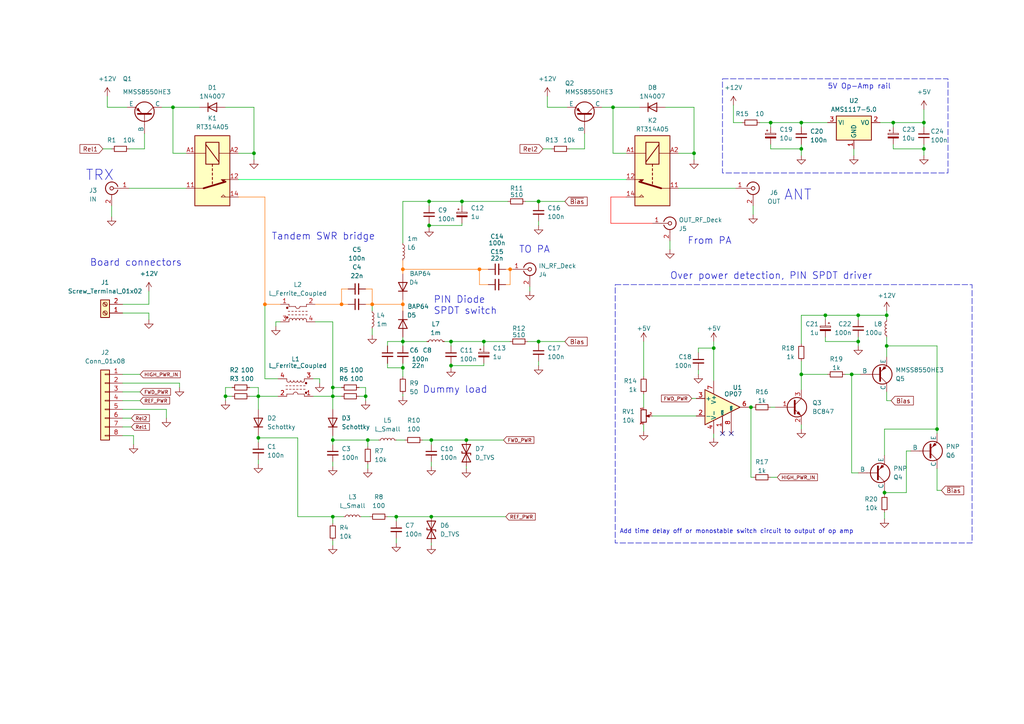
<source format=kicad_sch>
(kicad_sch (version 20231120) (generator "eeschema") (generator_version "8.0")
  (paper "A4")
  (title_block (title "TX-RX Relay Board") (date "2023-07-04") (rev "1.0") (company "SP6GK") (comment 1 "-Input signal SWR tandem bridge") (comment 2 "-Overpower protection") (comment 3 "-Antenna to PA deck relay system"))
  (junction (at 76.835 88.265) (color 255 114 1 1))
  (junction (at 267.97 43.18))
  (junction (at 116.84 99.06))
  (junction (at 248.92 91.44))
  (junction (at 177.8 31.115))
  (junction (at 99.06 88.265) (color 255 114 1 1))
  (junction (at 124.46 65.405))
  (junction (at 96.52 114.935))
  (junction (at 133.985 58.42))
  (junction (at 257.175 91.44))
  (junction (at 65.405 114.935))
  (junction (at 106.68 127.635))
  (junction (at 239.395 91.44))
  (junction (at 140.335 99.06))
  (junction (at 125.095 127.635))
  (junction (at 107.95 88.265) (color 255 114 1 1))
  (junction (at 130.81 106.045))
  (junction (at 217.805 118.11))
  (junction (at 114.935 149.86))
  (junction (at 74.93 114.935))
  (junction (at 116.84 78.105) (color 255 114 1 1))
  (junction (at 259.08 35.56))
  (junction (at 232.41 108.585))
  (junction (at 74.93 127))
  (junction (at 223.52 35.56))
  (junction (at 96.52 127.635))
  (junction (at 232.41 35.56))
  (junction (at 139.065 78.105) (color 255 114 1 1))
  (junction (at 267.97 35.56))
  (junction (at 50.165 31.115))
  (junction (at 248.92 99.06))
  (junction (at 232.41 43.18))
  (junction (at 96.52 112.395))
  (junction (at 257.175 100.33))
  (junction (at 125.095 149.86))
  (junction (at 106.045 114.935))
  (junction (at 116.84 106.68))
  (junction (at 201.295 44.45))
  (junction (at 116.84 88.265) (color 255 114 1 1))
  (junction (at 256.54 142.875))
  (junction (at 96.52 149.86))
  (junction (at 156.21 99.06))
  (junction (at 207.01 100.965))
  (junction (at 130.81 99.06))
  (junction (at 73.66 44.45))
  (junction (at 124.46 58.42))
  (junction (at 135.255 127.635))
  (junction (at 156.21 58.42))
  (junction (at 147.955 78.105) (color 255 114 1 1))
  (junction (at 271.78 124.46))
  (junction (at 247.015 108.585))
  (no_connect (at 209.55 125.73))
  (no_connect (at 212.09 125.73))
  (wire (pts (xy 202.565 102.235) (xy 202.565 100.965)))
  (wire (pts (xy 256.54 142.875) (xy 256.54 143.51)))
  (wire (pts (xy 232.41 43.18) (xy 232.41 41.91)))
  (wire (pts (xy 122.555 127.635) (xy 125.095 127.635)))
  (wire (pts (xy 100.965 88.265) (xy 99.06 88.265)) (stroke (width 0) (color 255 114 1 1)))
  (wire (pts (xy 156.21 104.775) (xy 156.21 106.045)))
  (wire (pts (xy 36.83 31.115) (xy 31.115 31.115)))
  (wire (pts (xy 165.1 43.18) (xy 169.545 43.18)))
  (wire (pts (xy 133.985 65.405) (xy 124.46 65.405)))
  (wire (pts (xy 247.65 45.085) (xy 247.65 43.18)))
  (wire (pts (xy 74.93 126.365) (xy 74.93 127)))
  (wire (pts (xy 256.54 148.59) (xy 256.54 150.495)))
  (wire (pts (xy 147.955 78.105) (xy 148.59 78.105)) (stroke (width 0) (color 255 114 1 1)))
  (wire (pts (xy 140.335 99.06) (xy 147.955 99.06)))
  (wire (pts (xy 116.84 90.17) (xy 116.84 88.265)) (stroke (width 0) (color 255 114 1 1)))
  (wire (pts (xy 74.93 114.935) (xy 80.645 114.935)))
  (wire (pts (xy 248.92 99.06) (xy 239.395 99.06)))
  (wire (pts (xy 247.015 108.585) (xy 247.015 137.16)))
  (wire (pts (xy 50.165 44.45) (xy 50.165 31.115)))
  (wire (pts (xy 157.48 43.18) (xy 160.02 43.18)))
  (wire (pts (xy 104.775 149.86) (xy 107.315 149.86)))
  (wire (pts (xy 112.395 100.33) (xy 112.395 99.06)))
  (wire (pts (xy 207.01 100.965) (xy 207.01 110.49)))
  (wire (pts (xy 76.835 57.15) (xy 76.835 88.265)) (stroke (width 0) (color 255 114 1 1)))
  (wire (pts (xy 50.165 31.115) (xy 57.785 31.115)))
  (wire (pts (xy 169.545 43.18) (xy 169.545 38.735)))
  (wire (pts (xy 232.41 91.44) (xy 232.41 99.695)))
  (wire (pts (xy 73.66 44.45) (xy 73.66 46.355)))
  (wire (pts (xy 232.41 35.56) (xy 240.03 35.56)))
  (wire (pts (xy 96.52 158.115) (xy 96.52 156.845)))
  (wire (pts (xy 38.1 123.825) (xy 35.56 123.825)))
  (wire (pts (xy 76.835 109.855) (xy 80.645 109.855)))
  (wire (pts (xy 217.805 118.11) (xy 217.805 138.43)))
  (wire (pts (xy 271.78 124.46) (xy 271.78 100.33)))
  (wire (pts (xy 114.935 157.48) (xy 114.935 156.21)))
  (wire (pts (xy 177.8 31.115) (xy 185.42 31.115)))
  (wire (pts (xy 130.81 105.41) (xy 130.81 106.045)))
  (wire (pts (xy 92.71 109.855) (xy 90.805 109.855)))
  (wire (pts (xy 65.405 114.935) (xy 67.31 114.935)))
  (wire (pts (xy 106.045 83.82) (xy 107.95 83.82)) (stroke (width 0) (color 255 114 1 1)))
  (wire (pts (xy 256.54 124.46) (xy 256.54 132.08)))
  (wire (pts (xy 72.39 114.935) (xy 74.93 114.935)))
  (wire (pts (xy 96.52 112.395) (xy 96.52 114.935)))
  (wire (pts (xy 130.81 99.06) (xy 140.335 99.06)))
  (wire (pts (xy 114.935 149.86) (xy 125.095 149.86)))
  (wire (pts (xy 218.44 138.43) (xy 217.805 138.43)))
  (wire (pts (xy 116.84 97.79) (xy 116.84 99.06)))
  (wire (pts (xy 74.93 114.935) (xy 74.93 118.745)))
  (wire (pts (xy 223.52 41.91) (xy 223.52 43.18)))
  (wire (pts (xy 112.395 99.06) (xy 116.84 99.06)))
  (wire (pts (xy 65.405 31.115) (xy 73.66 31.115)))
  (wire (pts (xy 53.975 44.45) (xy 50.165 44.45)))
  (wire (pts (xy 116.84 58.42) (xy 116.84 70.485)))
  (wire (pts (xy 65.405 112.395) (xy 65.405 114.935)))
  (wire (pts (xy 267.97 43.18) (xy 267.97 41.91)))
  (wire (pts (xy 186.69 99.06) (xy 186.69 109.22)))
  (wire (pts (xy 232.41 45.085) (xy 232.41 43.18)))
  (wire (pts (xy 72.39 112.395) (xy 74.93 112.395)))
  (wire (pts (xy 248.92 91.44) (xy 239.395 91.44)))
  (wire (pts (xy 207.01 99.06) (xy 207.01 100.965)))
  (wire (pts (xy 264.16 130.81) (xy 262.89 130.81)))
  (wire (pts (xy 124.46 64.77) (xy 124.46 65.405)))
  (wire (pts (xy 133.985 58.42) (xy 133.985 59.69)))
  (wire (pts (xy 96.52 149.86) (xy 99.695 149.86)))
  (wire (pts (xy 271.78 100.33) (xy 257.175 100.33)))
  (wire (pts (xy 164.465 31.115) (xy 158.75 31.115)))
  (wire (pts (xy 107.95 95.25) (xy 107.95 97.155)))
  (wire (pts (xy 67.31 112.395) (xy 65.405 112.395)))
  (wire (pts (xy 96.52 114.935) (xy 96.52 118.745)))
  (wire (pts (xy 232.41 124.46) (xy 232.41 123.19)))
  (wire (pts (xy 140.335 105.41) (xy 140.335 106.045)))
  (wire (pts (xy 202.565 100.965) (xy 207.01 100.965)))
  (wire (pts (xy 257.175 90.17) (xy 257.175 91.44)))
  (wire (pts (xy 31.115 31.115) (xy 31.115 27.94)))
  (wire (pts (xy 29.845 43.18) (xy 32.385 43.18)))
  (wire (pts (xy 116.84 58.42) (xy 124.46 58.42)))
  (wire (pts (xy 32.385 59.69) (xy 32.385 62.865)))
  (wire (pts (xy 107.95 83.82) (xy 107.95 88.265)) (stroke (width 0) (color 255 114 1 1)))
  (wire (pts (xy 201.295 44.45) (xy 201.295 46.355)))
  (wire (pts (xy 106.68 127.635) (xy 109.855 127.635)))
  (wire (pts (xy 74.93 127) (xy 74.93 128.27)))
  (wire (pts (xy 130.81 99.06) (xy 130.81 100.33)))
  (wire (pts (xy 100.965 83.82) (xy 99.06 83.82)) (stroke (width 0) (color 255 114 1 1)))
  (wire (pts (xy 116.84 105.41) (xy 116.84 106.68)))
  (wire (pts (xy 40.64 108.585) (xy 35.56 108.585)))
  (wire (pts (xy 38.735 128.905) (xy 38.735 126.365)))
  (wire (pts (xy 96.52 93.345) (xy 96.52 112.395)))
  (wire (pts (xy 116.84 114.3) (xy 116.84 114.935)))
  (wire (pts (xy 96.52 127.635) (xy 96.52 128.905)))
  (wire (pts (xy 116.84 75.565) (xy 116.84 78.105)) (stroke (width 0) (color 255 114 1 1)))
  (wire (pts (xy 156.21 58.42) (xy 152.4 58.42)))
  (wire (pts (xy 41.91 43.18) (xy 41.91 38.735)))
  (wire (pts (xy 259.08 41.91) (xy 259.08 43.18)))
  (wire (pts (xy 90.805 114.935) (xy 96.52 114.935)))
  (wire (pts (xy 259.08 35.56) (xy 267.97 35.56)))
  (wire (pts (xy 35.56 88.265) (xy 43.18 88.265)))
  (wire (pts (xy 271.78 124.46) (xy 271.78 125.73)))
  (wire (pts (xy 220.345 35.56) (xy 223.52 35.56)))
  (wire (pts (xy 255.27 35.56) (xy 259.08 35.56)))
  (wire (pts (xy 96.52 127.635) (xy 106.68 127.635)))
  (wire (pts (xy 156.21 58.42) (xy 156.21 59.055)))
  (wire (pts (xy 240.03 108.585) (xy 232.41 108.585)))
  (wire (pts (xy 232.41 104.775) (xy 232.41 108.585)))
  (wire (pts (xy 156.21 64.135) (xy 156.21 65.405)))
  (wire (pts (xy 81.28 93.345) (xy 80.01 93.345)))
  (wire (pts (xy 38.735 126.365) (xy 35.56 126.365)))
  (wire (pts (xy 259.08 43.18) (xy 267.97 43.18)))
  (wire (pts (xy 96.52 93.345) (xy 91.44 93.345)))
  (wire (pts (xy 147.955 82.55) (xy 147.955 78.105)) (stroke (width 0) (color 255 114 1 1)))
  (wire (pts (xy 156.21 99.06) (xy 163.83 99.06)))
  (wire (pts (xy 158.75 31.115) (xy 158.75 27.94)))
  (wire (pts (xy 96.52 135.255) (xy 96.52 133.985)))
  (wire (pts (xy 212.725 30.48) (xy 212.725 35.56)))
  (wire (pts (xy 104.14 112.395) (xy 106.045 112.395)))
  (wire (pts (xy 153.67 83.185) (xy 153.67 84.455)))
  (wire (pts (xy 248.92 99.06) (xy 248.92 97.79)))
  (wire (pts (xy 35.56 118.745) (xy 48.26 118.745)))
  (wire (pts (xy 74.93 127) (xy 86.36 127)))
  (wire (pts (xy 99.06 88.265) (xy 91.44 88.265)) (stroke (width 0) (color 255 114 1 1)))
  (wire (pts (xy 40.64 116.205) (xy 35.56 116.205)))
  (wire (pts (xy 69.215 52.07) (xy 181.61 52.07)) (stroke (width 0.2) (color 0 255 91 1)))
  (wire (pts (xy 139.065 82.55) (xy 139.065 78.105)) (stroke (width 0) (color 255 114 1 1)))
  (wire (pts (xy 225.425 138.43) (xy 223.52 138.43)))
  (wire (pts (xy 43.18 84.455) (xy 43.18 88.265)))
  (wire (pts (xy 99.06 83.82) (xy 99.06 88.265)) (stroke (width 0) (color 255 114 1 1)))
  (wire (pts (xy 186.69 114.3) (xy 186.69 118.11)))
  (wire (pts (xy 130.81 106.045) (xy 130.81 106.68)))
  (wire (pts (xy 76.835 88.265) (xy 81.28 88.265)) (stroke (width 0) (color 255 114 1 1)))
  (wire (pts (xy 248.92 100.33) (xy 248.92 99.06)))
  (wire (pts (xy 133.985 58.42) (xy 124.46 58.42)))
  (wire (pts (xy 48.26 121.285) (xy 48.26 118.745)))
  (wire (pts (xy 271.78 124.46) (xy 256.54 124.46)))
  (wire (pts (xy 259.08 35.56) (xy 259.08 36.83)))
  (wire (pts (xy 125.095 149.86) (xy 146.685 149.86)))
  (wire (pts (xy 232.41 113.03) (xy 232.41 108.585)))
  (wire (pts (xy 239.395 99.06) (xy 239.395 97.79)))
  (wire (pts (xy 194.31 69.85) (xy 194.31 72.39)))
  (wire (pts (xy 116.84 99.06) (xy 116.84 100.33)))
  (wire (pts (xy 257.175 91.44) (xy 257.175 92.71)))
  (wire (pts (xy 239.395 91.44) (xy 232.41 91.44)))
  (wire (pts (xy 116.84 106.68) (xy 116.84 109.22)))
  (wire (pts (xy 125.095 135.255) (xy 125.095 133.985)))
  (wire (pts (xy 128.905 99.06) (xy 130.81 99.06)))
  (wire (pts (xy 218.44 59.69) (xy 218.44 62.23)))
  (wire (pts (xy 257.175 91.44) (xy 248.92 91.44)))
  (wire (pts (xy 135.255 127.635) (xy 146.05 127.635)))
  (wire (pts (xy 107.95 90.17) (xy 107.95 88.265)))
  (wire (pts (xy 69.215 57.15) (xy 76.835 57.15)) (stroke (width 0) (color 255 114 1 1)))
  (wire (pts (xy 106.045 112.395) (xy 106.045 114.935)))
  (wire (pts (xy 133.985 64.77) (xy 133.985 65.405)))
  (wire (pts (xy 106.68 127.635) (xy 106.68 129.54)))
  (wire (pts (xy 96.52 112.395) (xy 99.06 112.395)))
  (wire (pts (xy 262.89 130.81) (xy 262.89 142.875)))
  (wire (pts (xy 96.52 126.365) (xy 96.52 127.635)))
  (wire (pts (xy 124.46 58.42) (xy 124.46 59.69)))
  (wire (pts (xy 181.61 44.45) (xy 177.8 44.45)))
  (wire (pts (xy 232.41 35.56) (xy 232.41 36.83)))
  (wire (pts (xy 40.64 113.665) (xy 35.56 113.665)))
  (wire (pts (xy 38.1 121.285) (xy 35.56 121.285)))
  (wire (pts (xy 112.395 149.86) (xy 114.935 149.86)))
  (wire (pts (xy 92.71 111.125) (xy 92.71 109.855)))
  (wire (pts (xy 74.93 112.395) (xy 74.93 114.935)))
  (wire (pts (xy 177.165 57.15) (xy 177.165 64.77)) (stroke (width 0) (color 255 6 0 1)))
  (wire (pts (xy 257.175 100.33) (xy 257.175 103.505)))
  (wire (pts (xy 112.395 106.68) (xy 116.84 106.68)))
  (wire (pts (xy 248.92 91.44) (xy 248.92 92.71)))
  (wire (pts (xy 76.835 88.265) (xy 76.835 109.855)))
  (wire (pts (xy 43.18 90.805) (xy 43.18 92.71)))
  (wire (pts (xy 35.56 111.125) (xy 52.07 111.125)))
  (wire (pts (xy 202.565 107.315) (xy 202.565 108.585)))
  (wire (pts (xy 106.045 88.265) (xy 107.95 88.265)) (stroke (width 0) (color 255 114 1 1)))
  (wire (pts (xy 135.255 135.255) (xy 135.255 135.89)))
  (wire (pts (xy 271.78 135.89) (xy 271.78 142.24)))
  (wire (pts (xy 239.395 91.44) (xy 239.395 92.71)))
  (wire (pts (xy 196.85 54.61) (xy 213.36 54.61)))
  (wire (pts (xy 201.93 120.65) (xy 189.23 120.65)))
  (wire (pts (xy 140.335 106.045) (xy 130.81 106.045)))
  (wire (pts (xy 218.44 118.11) (xy 217.805 118.11)))
  (wire (pts (xy 147.32 58.42) (xy 133.985 58.42)))
  (wire (pts (xy 262.89 142.875) (xy 256.54 142.875)))
  (wire (pts (xy 273.05 142.24) (xy 271.78 142.24)))
  (wire (pts (xy 249.555 108.585) (xy 247.015 108.585)))
  (wire (pts (xy 96.52 114.935) (xy 99.06 114.935)))
  (wire (pts (xy 153.035 99.06) (xy 156.21 99.06)))
  (wire (pts (xy 174.625 31.115) (xy 177.8 31.115)))
  (wire (pts (xy 189.23 64.77) (xy 177.165 64.77)) (stroke (width 0) (color 255 6 0 1)))
  (wire (pts (xy 193.04 31.115) (xy 201.295 31.115)))
  (wire (pts (xy 201.295 31.115) (xy 201.295 44.45)))
  (wire (pts (xy 267.97 45.085) (xy 267.97 43.18)))
  (wire (pts (xy 267.97 35.56) (xy 267.97 36.83)))
  (wire (pts (xy 106.045 116.205) (xy 106.045 114.935)))
  (wire (pts (xy 224.79 118.11) (xy 223.52 118.11)))
  (wire (pts (xy 156.21 99.06) (xy 156.21 99.695)))
  (wire (pts (xy 125.095 127.635) (xy 135.255 127.635)))
  (wire (pts (xy 52.07 111.125) (xy 52.07 112.395)))
  (wire (pts (xy 86.36 149.86) (xy 96.52 149.86)))
  (wire (pts (xy 257.175 116.205) (xy 258.445 116.205)))
  (wire (pts (xy 223.52 35.56) (xy 223.52 36.83)))
  (wire (pts (xy 106.68 135.89) (xy 106.68 134.62)))
  (wire (pts (xy 73.66 31.115) (xy 73.66 44.45)))
  (wire (pts (xy 181.61 57.15) (xy 177.165 57.15)) (stroke (width 0) (color 255 6 0 1)))
  (wire (pts (xy 114.935 127.635) (xy 117.475 127.635)))
  (wire (pts (xy 201.295 44.45) (xy 196.85 44.45)))
  (wire (pts (xy 114.935 149.86) (xy 114.935 151.13)))
  (wire (pts (xy 247.015 108.585) (xy 245.11 108.585)))
  (wire (pts (xy 125.095 127.635) (xy 125.095 128.905)))
  (wire (pts (xy 46.99 31.115) (xy 50.165 31.115)))
  (wire (pts (xy 256.54 142.24) (xy 256.54 142.875)))
  (wire (pts (xy 106.045 114.935) (xy 104.14 114.935)))
  (wire (pts (xy 112.395 105.41) (xy 112.395 106.68)))
  (wire (pts (xy 207.01 127) (xy 207.01 125.73)))
  (wire (pts (xy 139.065 78.105) (xy 116.84 78.105)) (stroke (width 0) (color 255 114 1 1)))
  (wire (pts (xy 257.175 113.665) (xy 257.175 116.205)))
  (wire (pts (xy 141.605 82.55) (xy 139.065 82.55)) (stroke (width 0) (color 255 114 1 1)))
  (wire (pts (xy 124.46 65.405) (xy 124.46 66.04)))
  (wire (pts (xy 141.605 78.105) (xy 139.065 78.105)) (stroke (width 0) (color 255 114 1 1)))
  (wire (pts (xy 74.93 134.62) (xy 74.93 133.35)))
  (wire (pts (xy 125.095 157.48) (xy 125.095 158.115)))
  (wire (pts (xy 177.8 44.45) (xy 177.8 31.115)))
  (wire (pts (xy 116.84 78.105) (xy 116.84 79.375)) (stroke (width 0) (color 255 114 1 1)))
  (wire (pts (xy 116.84 99.06) (xy 123.825 99.06)))
  (wire (pts (xy 140.335 99.06) (xy 140.335 100.33)))
  (wire (pts (xy 116.84 88.265) (xy 116.84 86.995)) (stroke (width 0) (color 255 114 1 1)))
  (wire (pts (xy 37.465 43.18) (xy 41.91 43.18)))
  (wire (pts (xy 267.97 31.75) (xy 267.97 35.56)))
  (wire (pts (xy 107.95 88.265) (xy 116.84 88.265)) (stroke (width 0) (color 255 114 1 1)))
  (wire (pts (xy 223.52 43.18) (xy 232.41 43.18)))
  (wire (pts (xy 80.01 93.345) (xy 80.01 94.615)))
  (wire (pts (xy 73.66 44.45) (xy 69.215 44.45)))
  (wire (pts (xy 146.685 78.105) (xy 147.955 78.105)) (stroke (width 0) (color 255 114 1 1)))
  (wire (pts (xy 163.83 58.42) (xy 156.21 58.42)))
  (wire (pts (xy 37.465 54.61) (xy 53.975 54.61)))
  (wire (pts (xy 65.405 116.205) (xy 65.405 114.935)))
  (wire (pts (xy 96.52 149.86) (xy 96.52 151.765)))
  (wire (pts (xy 217.805 118.11) (xy 217.17 118.11)))
  (wire (pts (xy 201.93 115.57) (xy 200.66 115.57)))
  (wire (pts (xy 248.92 137.16) (xy 247.015 137.16)))
  (wire (pts (xy 223.52 35.56) (xy 232.41 35.56)))
  (wire (pts (xy 186.69 123.19) (xy 186.69 125.095)))
  (wire (pts (xy 86.36 127) (xy 86.36 149.86)))
  (wire (pts (xy 215.265 35.56) (xy 212.725 35.56)))
  (wire (pts (xy 35.56 90.805) (xy 43.18 90.805)))
  (wire (pts (xy 146.685 82.55) (xy 147.955 82.55)) (stroke (width 0) (color 255 114 1 1)))
  (wire (pts (xy 257.175 97.79) (xy 257.175 100.33)))
  (rectangle (start 178.435 82.55) (end 281.94 157.48) (stroke (width 0) (type dash)))
  (rectangle (start 209.55 22.86) (end 274.955 50.165) (stroke (width 0) (type dash)))
  (text "Board connectors" (at 26.035 77.47 0) (effects (font (size 2 2)) (justify left bottom)))
  (text "5V Op-Amp rail" (at 240.03 26.035 0) (effects (font (size 1.5 1.5)) (justify left bottom)))
  (text "From PA" (at 199.39 71.12 0) (effects (font (size 2 2)) (justify left bottom)))
  (text "TRX" (at 24.765 52.705 0) (effects (font (size 3 3)) (justify left bottom)))
  (text "ANT" (at 227.33 58.42 0) (effects (font (size 3 3)) (justify left bottom)))
  (text "Dummy load" (at 122.555 114.3 0) (effects (font (size 2 2)) (justify left bottom)))
  (text "TO PA" (at 150.495 73.66 0) (effects (font (size 2 2)) (justify left bottom)))
  (text "PIN Diode\nSPDT switch" (at 125.73 91.44 0) (effects (font (size 2 2)) (justify left bottom)))
  (text "Tandem SWR bridge" (at 78.74 69.85 0) (effects (font (size 2 2)) (justify left bottom)))
  (text "Add time delay off or monostable switch circuit to output of op amp\n" (at 179.705 154.94 0) (effects (font (size 1.27 1.27)) (justify left bottom)))
  (text "Over power detection, PIN SPDT driver" (at 194.31 81.28 0) (effects (font (size 2 2)) (justify left bottom)))
  (global_label "Rel2" (shape input) (at 38.1 121.285 0) (effects (font (size 1 1))) (property "Intersheetrefs" "${INTERSHEET_REFS}" (effects (hide yes))))
  (global_label "FWD_PWR" (shape input) (at 200.66 115.57 180) (effects (font (size 1 1))) (property "Intersheetrefs" "${INTERSHEET_REFS}" (effects (hide yes))))
  (global_label "FWD_PWR" (shape input) (at 40.64 113.665 0) (effects (font (size 1 1))) (property "Intersheetrefs" "${INTERSHEET_REFS}" (effects (hide yes))))
  (global_label "FWD_PWR" (shape input) (at 146.05 127.635 0) (effects (font (size 1 1))) (property "Intersheetrefs" "${INTERSHEET_REFS}" (effects (hide yes))))
  (global_label "~{Bias}" (shape input) (at 163.83 58.42 0) (property "Intersheetrefs" "${INTERSHEET_REFS}" (effects (hide yes))))
  (global_label "HIGH_PWR_IN" (shape input) (at 225.425 138.43 0) (effects (font (size 1 1))) (property "Intersheetrefs" "${INTERSHEET_REFS}" (effects (hide yes))))
  (global_label "Bias" (shape input) (at 258.445 116.205 0) (property "Intersheetrefs" "${INTERSHEET_REFS}" (effects (hide yes))))
  (global_label "REF_PWR" (shape input) (at 146.685 149.86 0) (effects (font (size 1 1))) (property "Intersheetrefs" "${INTERSHEET_REFS}" (effects (hide yes))))
  (global_label "Rel2" (shape input) (at 157.48 43.18 180) (property "Intersheetrefs" "${INTERSHEET_REFS}" (effects (hide yes))))
  (global_label "Rel1" (shape input) (at 38.1 123.825 0) (effects (font (size 1 1))) (property "Intersheetrefs" "${INTERSHEET_REFS}" (effects (hide yes))))
  (global_label "Bias" (shape input) (at 163.83 99.06 0) (property "Intersheetrefs" "${INTERSHEET_REFS}" (effects (hide yes))))
  (global_label "REF_PWR" (shape input) (at 40.64 116.205 0) (effects (font (size 1 1))) (property "Intersheetrefs" "${INTERSHEET_REFS}" (effects (hide yes))))
  (global_label "~{Bias}" (shape input) (at 273.05 142.24 0) (property "Intersheetrefs" "${INTERSHEET_REFS}" (effects (hide yes))))
  (global_label "Rel1" (shape input) (at 29.845 43.18 180) (property "Intersheetrefs" "${INTERSHEET_REFS}" (effects (hide yes))))
  (global_label "HIGH_PWR_IN" (shape input) (at 40.64 108.585 0) (effects (font (size 1 1))) (property "Intersheetrefs" "${INTERSHEET_REFS}" (effects (hide yes))))
  (symbol (lib_id "power:GND") (at 52.07 112.395 0) (unit 1)
    (property "Reference" "#PWR07" (effects (hide yes)))
    (property "Value" "GND" (effects (hide yes)))
  )
  (symbol (lib_id "TXRX_rel_sym_lim:T82_trafo") (at 85.725 112.395 180) (unit 1)
    (property "Reference" "L1" (at 85.725 104.14 0))
    (property "Value" "L_Ferrite_Coupled" (at 86.36 106.045 0))
    (property "Footprint" "TXRX_rel_lib:FT82_trafo" (effects (hide yes)))
  )
  (symbol (lib_name "PNP_1") (lib_id "Simulation_SPICE:PNP") (at 254 137.16 0) (mirror x) (unit 1)
    (property "Reference" "Q4" (at 259.08 138.43 0) (effects (justify left)))
    (property "Value" "PNP" (at 259.08 135.89 0) (effects (justify left)))
    (property "Footprint" "Package_TO_SOT_SMD:SOT-23" (effects (hide yes)))
    (property "Sim.Device" "PNP" (effects (hide yes)))
    (property "Sim.Type" "GUMMELPOON" (effects (hide yes)))
    (property "Sim.Pins" "1=C 2=B 3=E" (effects (hide yes)))
  )
  (symbol (lib_id "Device:C_Small") (at 202.565 104.775 0) (mirror y) (unit 1)
    (property "Reference" "C18" (at 200.66 103.505 0) (effects (justify left)))
    (property "Value" "100n" (at 200.66 106.045 0) (effects (justify left)))
    (property "Footprint" "Capacitor_SMD:C_0603_1608Metric_Pad1.08x0.95mm_HandSolder" (effects (hide yes)))
  )
  (symbol (lib_id "power:GND") (at 48.26 121.285 0) (unit 1)
    (property "Reference" "#PWR06" (effects (hide yes)))
    (property "Value" "GND" (effects (hide yes)))
  )
  (symbol (lib_id "power:+5V") (at 267.97 31.75 0) (unit 1)
    (property "Reference" "#PWR045" (effects (hide yes)))
    (property "Value" "+5V" (at 267.97 26.67 0))
  )
  (symbol (lib_id "power:GND") (at 96.52 158.115 0) (unit 1)
    (property "Reference" "#PWR015" (effects (hide yes)))
    (property "Value" "GND" (effects (hide yes)))
  )
  (symbol (lib_id "power:GND") (at 106.045 116.205 0) (unit 1)
    (property "Reference" "#PWR016" (effects (hide yes)))
    (property "Value" "GND" (effects (hide yes)))
  )
  (symbol (lib_id "power:+12V") (at 31.115 27.94 0) (mirror y) (unit 1)
    (property "Reference" "#PWR01" (effects (hide yes)))
    (property "Value" "+12V" (at 31.115 22.86 0))
  )
  (symbol (lib_id "Connector:Screw_Terminal_01x02") (at 30.48 90.805 180) (unit 1)
    (property "Reference" "J1" (at 30.48 81.915 0))
    (property "Value" "Screw_Terminal_01x02" (at 30.48 84.455 0))
    (property "Footprint" "TerminalBlock:TerminalBlock_bornier-2_P5.08mm" (effects (hide yes)))
  )
  (symbol (lib_id "Device:C_Small") (at 144.145 78.105 90) (unit 1)
    (property "Reference" "C14" (at 144.145 68.58 90))
    (property "Value" "100n" (at 144.145 70.485 90))
    (property "Footprint" "Capacitor_SMD:C_0805_2012Metric_Pad1.18x1.45mm_HandSolder" (effects (hide yes)))
  )
  (symbol (lib_id "power:GND") (at 92.71 111.125 0) (unit 1)
    (property "Reference" "#PWR013" (effects (hide yes)))
    (property "Value" "GND" (effects (hide yes)))
  )
  (symbol (lib_id "power:GND") (at 114.935 157.48 0) (unit 1)
    (property "Reference" "#PWR019" (effects (hide yes)))
    (property "Value" "GND" (effects (hide yes)))
  )
  (symbol (lib_id "power:GND") (at 125.095 158.115 0) (unit 1)
    (property "Reference" "#PWR023" (effects (hide yes)))
    (property "Value" "GND" (effects (hide yes)))
  )
  (symbol (lib_name "PNP_1") (lib_id "Simulation_SPICE:PNP") (at 41.91 33.655 270) (mirror x) (unit 1)
    (property "Reference" "Q1" (at 35.56 22.86 90) (effects (justify left)))
    (property "Value" "MMSS8550HE3" (at 35.56 26.67 90) (effects (justify left)))
    (property "Footprint" "Package_TO_SOT_SMD:SOT-23" (effects (hide yes)))
    (property "Sim.Device" "PNP" (effects (hide yes)))
    (property "Sim.Type" "GUMMELPOON" (effects (hide yes)))
    (property "Sim.Pins" "1=C 2=B 3=E" (effects (hide yes)))
  )
  (symbol (lib_id "Device:C_Small") (at 124.46 62.23 0) (unit 1)
    (property "Reference" "C9" (at 127 60.96 0) (effects (justify left)))
    (property "Value" "100n" (at 127 63.5 0) (effects (justify left)))
    (property "Footprint" "Capacitor_SMD:C_0603_1608Metric_Pad1.08x0.95mm_HandSolder" (effects (hide yes)))
  )
  (symbol (lib_id "Device:C_Small") (at 267.97 39.37 0) (unit 1)
    (property "Reference" "C24" (at 269.875 38.1 0) (effects (justify left)))
    (property "Value" "100n" (at 269.875 40.64 0) (effects (justify left)))
    (property "Footprint" "Capacitor_SMD:C_0603_1608Metric_Pad1.08x0.95mm_HandSolder" (effects (hide yes)))
  )
  (symbol (lib_id "Device:R_Small") (at 34.925 43.18 90) (unit 1)
    (property "Reference" "R1" (at 32.385 40.64 90))
    (property "Value" "10k" (at 37.465 40.64 90))
    (property "Footprint" "Resistor_SMD:R_0603_1608Metric_Pad0.98x0.95mm_HandSolder" (effects (hide yes)))
  )
  (symbol (lib_id "power:GND") (at 156.21 65.405 0) (unit 1)
    (property "Reference" "#PWR027" (effects (hide yes)))
    (property "Value" "GND" (effects (hide yes)))
  )
  (symbol (lib_id "power:GND") (at 96.52 135.255 0) (unit 1)
    (property "Reference" "#PWR014" (effects (hide yes)))
    (property "Value" "GND" (effects (hide yes)))
  )
  (symbol (lib_id "power:GND") (at 32.385 62.865 0) (unit 1)
    (property "Reference" "#PWR02" (effects (hide yes)))
    (property "Value" "GND" (effects (hide yes)))
  )
  (symbol (lib_id "Device:C_Small") (at 248.92 95.25 0) (mirror y) (unit 1)
    (property "Reference" "C22" (at 247.015 93.98 0) (effects (justify left)))
    (property "Value" "100n" (at 247.015 96.52 0) (effects (justify left)))
    (property "Footprint" "Capacitor_SMD:C_0603_1608Metric_Pad1.08x0.95mm_HandSolder" (effects (hide yes)))
  )
  (symbol (lib_id "Connector_Generic:Conn_01x08") (at 30.48 116.205 0) (mirror y) (unit 1)
    (property "Reference" "J2" (at 30.48 102.235 0))
    (property "Value" "Conn_01x08" (at 30.48 104.775 0))
    (property "Footprint" "Connector_JST:JST_EH_B8B-EH-A_1x08_P2.50mm_Vertical" (effects (hide yes)))
  )
  (symbol (lib_id "power:GND") (at 116.84 114.935 0) (unit 1)
    (property "Reference" "#PWR020" (effects (hide yes)))
    (property "Value" "GND" (effects (hide yes)))
  )
  (symbol (lib_id "Diode:1N4007") (at 61.595 31.115 0) (unit 1)
    (property "Reference" "D1" (at 61.595 25.4 0))
    (property "Value" "1N4007" (at 61.595 27.94 0))
    (property "Footprint" "Diode_SMD:D_SMA" (effects (hide yes)))
    (property "Datasheet" "http://www.vishay.com/docs/88503/1n4001.pdf" (effects (hide yes)))
    (property "Sim.Device" "D" (effects (hide yes)))
    (property "Sim.Pins" "1=K 2=A" (effects (hide yes)))
  )
  (symbol (lib_id "Device:C_Polarized_Small") (at 239.395 95.25 0) (mirror y) (unit 1)
    (property "Reference" "C21" (at 237.49 93.98 0) (effects (justify left)))
    (property "Value" "1u" (at 237.49 96.52 0) (effects (justify left)))
    (property "Footprint" "Capacitor_SMD:C_0805_2012Metric_Pad1.18x1.45mm_HandSolder" (effects (hide yes)))
  )
  (symbol (lib_id "Device:C_Small") (at 116.84 102.87 0) (unit 1)
    (property "Reference" "C8" (at 122.555 101.6 0) (effects (justify left)))
    (property "Value" "100n" (at 119.38 104.14 0) (effects (justify left)))
    (property "Footprint" "Capacitor_SMD:C_0805_2012Metric_Pad1.18x1.45mm_HandSolder" (effects (hide yes)))
  )
  (symbol (lib_id "Device:R_Small") (at 69.85 114.935 90) (unit 1)
    (property "Reference" "R3" (at 67.945 109.855 90))
    (property "Value" "100" (at 71.755 107.315 90))
    (property "Footprint" "Resistor_SMD:R_2010_5025Metric_Pad1.40x2.65mm_HandSolder" (effects (hide yes)))
  )
  (symbol (lib_id "power:GND") (at 38.735 128.905 0) (unit 1)
    (property "Reference" "#PWR03" (effects (hide yes)))
    (property "Value" "GND" (effects (hide yes)))
  )
  (symbol (lib_id "power:GND") (at 207.01 127 0) (mirror y) (unit 1)
    (property "Reference" "#PWR036" (effects (hide yes)))
    (property "Value" "GND" (effects (hide yes)))
  )
  (symbol (lib_id "Device:C_Small") (at 114.935 153.67 0) (unit 1)
    (property "Reference" "C7" (at 117.475 152.4 0) (effects (justify left)))
    (property "Value" "100n" (at 117.475 154.94 0) (effects (justify left)))
    (property "Footprint" "Capacitor_SMD:C_0603_1608Metric_Pad1.08x0.95mm_HandSolder" (effects (hide yes)))
  )
  (symbol (lib_id "Device:R_Potentiometer_Small") (at 186.69 120.65 0) (unit 1)
    (property "Reference" "RV1" (at 184.15 119.38 0) (effects (justify right)))
    (property "Value" "10k" (at 184.15 121.92 0) (effects (justify right)))
    (property "Footprint" "Potentiometer_THT:Potentiometer_Bourns_3296W_Vertical" (effects (hide yes)))
  )
  (symbol (lib_id "Diode:1N4148W") (at 96.52 122.555 90) (unit 1)
    (property "Reference" "D3" (at 99.06 121.285 90) (effects (justify right)))
    (property "Value" "Schottky" (at 99.06 123.825 90) (effects (justify right)))
    (property "Footprint" "Diode_SMD:D_SMA" (effects (hide yes)))
    (property "Datasheet" "https://www.vishay.com/docs/85748/1n4148w.pdf" (effects (hide yes)))
    (property "Sim.Device" "D" (effects (hide yes)))
    (property "Sim.Pins" "1=K 2=A" (effects (hide yes)))
  )
  (symbol (lib_id "Device:R_Small") (at 96.52 154.305 0) (unit 1)
    (property "Reference" "R4" (at 98.425 153.035 0) (effects (justify left)))
    (property "Value" "10k" (at 98.425 155.575 0) (effects (justify left)))
    (property "Footprint" "Resistor_SMD:R_0603_1608Metric_Pad0.98x0.95mm_HandSolder" (effects (hide yes)))
  )
  (symbol (lib_id "power:GND") (at 135.255 135.89 0) (unit 1)
    (property "Reference" "#PWR025" (effects (hide yes)))
    (property "Value" "GND" (effects (hide yes)))
  )
  (symbol (lib_id "power:+5V") (at 207.01 99.06 0) (mirror y) (unit 1)
    (property "Reference" "#PWR035" (effects (hide yes)))
    (property "Value" "+5V" (at 207.01 95.25 0))
  )
  (symbol (lib_id "Device:C_Small") (at 103.505 83.82 90) (unit 1)
    (property "Reference" "C4" (at 103.5113 77.47 90))
    (property "Value" "22n" (at 103.5113 80.01 90))
    (property "Footprint" "Capacitor_SMD:C_0805_2012Metric_Pad1.18x1.45mm_HandSolder" (effects (hide yes)))
  )
  (symbol (lib_id "power:GND") (at 156.21 106.045 0) (unit 1)
    (property "Reference" "#PWR028" (effects (hide yes)))
    (property "Value" "GND" (effects (hide yes)))
  )
  (symbol (lib_id "Diode:1N4148W") (at 74.93 122.555 90) (unit 1)
    (property "Reference" "D2" (at 77.47 121.285 90) (effects (justify right)))
    (property "Value" "Schottky" (at 77.47 123.825 90) (effects (justify right)))
    (property "Footprint" "Diode_SMD:D_SMA" (effects (hide yes)))
    (property "Datasheet" "https://www.vishay.com/docs/85748/1n4148w.pdf" (effects (hide yes)))
    (property "Sim.Device" "D" (effects (hide yes)))
    (property "Sim.Pins" "1=K 2=A" (effects (hide yes)))
  )
  (symbol (lib_id "Device:C_Polarized_Small") (at 259.08 39.37 0) (unit 1)
    (property "Reference" "C23" (at 261.62 37.5539 0) (effects (justify left)))
    (property "Value" "10u" (at 261.62 40.0939 0) (effects (justify left)))
    (property "Footprint" "Capacitor_SMD:C_0805_2012Metric_Pad1.18x1.45mm_HandSolder" (effects (hide yes)))
  )
  (symbol (lib_id "Device:R_Small") (at 69.85 112.395 90) (unit 1)
    (property "Reference" "R2" (at 67.945 107.315 90))
    (property "Value" "100" (at 71.755 109.855 90))
    (property "Footprint" "Resistor_SMD:R_2010_5025Metric_Pad1.40x2.65mm_HandSolder" (effects (hide yes)))
  )
  (symbol (lib_name "PNP_1") (lib_id "Simulation_SPICE:PNP") (at 254.635 108.585 0) (mirror x) (unit 1)
    (property "Reference" "Q5" (at 259.715 109.855 0) (effects (justify left)))
    (property "Value" "MMSS8550HE3" (at 259.715 107.315 0) (effects (justify left)))
    (property "Footprint" "Package_TO_SOT_SMD:SOT-23" (effects (hide yes)))
    (property "Sim.Device" "PNP" (effects (hide yes)))
    (property "Sim.Type" "GUMMELPOON" (effects (hide yes)))
    (property "Sim.Pins" "1=C 2=B 3=E" (effects (hide yes)))
  )
  (symbol (lib_id "Device:C_Polarized_Small") (at 223.52 39.37 0) (unit 1)
    (property "Reference" "C19" (at 226.06 37.5539 0) (effects (justify left)))
    (property "Value" "10u" (at 226.06 40.0939 0) (effects (justify left)))
    (property "Footprint" "Capacitor_SMD:C_0805_2012Metric_Pad1.18x1.45mm_HandSolder" (effects (hide yes)))
  )
  (symbol (lib_id "Device:L_Small") (at 107.95 92.71 0) (unit 1)
    (property "Reference" "L4" (at 109.22 91.44 0) (effects (justify left)))
    (property "Value" "1m" (at 109.22 93.98 0) (effects (justify left)))
    (property "Footprint" "Inductor_SMD:L_1812_4532Metric_Pad1.30x3.40mm_HandSolder" (effects (hide yes)))
  )
  (symbol (lib_name "PNP_1") (lib_id "Simulation_SPICE:PNP") (at 169.545 33.655 270) (mirror x) (unit 1)
    (property "Reference" "Q2" (at 163.83 24.13 90) (effects (justify left)))
    (property "Value" "MMSS8550HE3" (at 163.83 26.67 90) (effects (justify left)))
    (property "Footprint" "Package_TO_SOT_SMD:SOT-23" (effects (hide yes)))
    (property "Sim.Device" "PNP" (effects (hide yes)))
    (property "Sim.Type" "GUMMELPOON" (effects (hide yes)))
    (property "Sim.Pins" "1=C 2=B 3=E" (effects (hide yes)))
  )
  (symbol (lib_id "Diode:1N4448W") (at 116.84 93.98 270) (unit 1)
    (property "Reference" "D5" (at 119.38 91.44 90))
    (property "Value" "BAP64" (at 121.285 88.9 90))
    (property "Footprint" "Diode_SMD:D_SOD-323_HandSoldering" (effects (hide yes)))
    (property "Datasheet" "https://www.vishay.com/docs/85722/1n4448w.pdf" (effects (hide yes)))
    (property "Sim.Device" "D" (effects (hide yes)))
    (property "Sim.Pins" "1=K 2=A" (effects (hide yes)))
  )
  (symbol (lib_id "Device:R_Small") (at 101.6 112.395 90) (unit 1)
    (property "Reference" "R5" (at 99.695 107.315 90))
    (property "Value" "100" (at 103.505 109.855 90))
    (property "Footprint" "Resistor_SMD:R_2010_5025Metric_Pad1.40x2.65mm_HandSolder" (effects (hide yes)))
  )
  (symbol (lib_id "Device:R_Small") (at 186.69 111.76 0) (mirror y) (unit 1)
    (property "Reference" "R14" (at 184.785 110.49 0) (effects (justify left)))
    (property "Value" "1k" (at 184.785 113.03 0) (effects (justify left)))
    (property "Footprint" "Resistor_SMD:R_0603_1608Metric_Pad0.98x0.95mm_HandSolder" (effects (hide yes)))
  )
  (symbol (lib_id "power:GND") (at 43.18 92.71 0) (unit 1)
    (property "Reference" "#PWR05" (effects (hide yes)))
    (property "Value" "GND" (effects (hide yes)))
  )
  (symbol (lib_id "Device:R_Small") (at 149.86 58.42 90) (unit 1)
    (property "Reference" "R11" (at 149.86 54.61 90))
    (property "Value" "510" (at 149.86 56.515 90))
    (property "Footprint" "Resistor_SMD:R_1206_3216Metric_Pad1.30x1.75mm_HandSolder" (effects (hide yes)))
  )
  (symbol (lib_id "power:GND") (at 125.095 135.255 0) (unit 1)
    (property "Reference" "#PWR022" (effects (hide yes)))
    (property "Value" "GND" (effects (hide yes)))
  )
  (symbol (lib_id "power:GND") (at 107.95 97.155 0) (unit 1)
    (property "Reference" "#PWR018" (effects (hide yes)))
    (property "Value" "GND" (effects (hide yes)))
  )
  (symbol (lib_name "RT314A05_1") (lib_id "Relay:RT314A05") (at 61.595 49.53 270) (unit 1)
    (property "Reference" "K1" (at 61.595 34.29 90))
    (property "Value" "RT314A05" (at 61.595 36.83 90))
    (property "Footprint" "Relay_THT:Relay_SPDT_Schrack-RT1-16A-FormC_RM5mm" (effects (hide yes)))
    (property "Datasheet" "https://www.te.com/commerce/DocumentDelivery/DDEController?Action=srchrtrv&DocNm=RT1_bistable&DocType=DS&DocLang=English" (effects (hide yes)))
  )
  (symbol (lib_id "Device:C_Small") (at 74.93 130.81 0) (unit 1)
    (property "Reference" "C1" (at 77.47 129.54 0) (effects (justify left)))
    (property "Value" "100n" (at 77.47 132.08 0) (effects (justify left)))
    (property "Footprint" "Capacitor_SMD:C_0603_1608Metric_Pad1.08x0.95mm_HandSolder" (effects (hide yes)))
  )
  (symbol (lib_id "Device:C_Small") (at 156.21 61.595 0) (unit 1)
    (property "Reference" "C16" (at 158.75 60.325 0) (effects (justify left)))
    (property "Value" "100n" (at 158.75 62.865 0) (effects (justify left)))
    (property "Footprint" "Capacitor_SMD:C_0603_1608Metric_Pad1.08x0.95mm_HandSolder" (effects (hide yes)))
  )
  (symbol (lib_id "power:GND") (at 124.46 66.04 0) (unit 1)
    (property "Reference" "#PWR021" (effects (hide yes)))
    (property "Value" "GND" (effects (hide yes)))
  )
  (symbol (lib_id "Relay:RT314A05") (at 189.23 49.53 90) (mirror x) (unit 1)
    (property "Reference" "K2" (at 189.23 34.925 90))
    (property "Value" "RT314A05" (at 189.23 37.465 90))
    (property "Footprint" "Relay_THT:Relay_SPDT_Schrack-RT1-16A-FormC_RM5mm" (effects (hide yes)))
    (property "Datasheet" "https://www.te.com/commerce/DocumentDelivery/DDEController?Action=srchrtrv&DocNm=RT1_bistable&DocType=DS&DocLang=English" (effects (hide yes)))
  )
  (symbol (lib_id "Device:L_Small") (at 112.395 127.635 90) (unit 1)
    (property "Reference" "L5" (at 112.395 121.92 90))
    (property "Value" "L_Small" (at 112.395 124.46 90))
    (property "Footprint" "Inductor_SMD:L_0603_1608Metric_Pad1.05x0.95mm_HandSolder" (effects (hide yes)))
  )
  (symbol (lib_id "Device:L_Small") (at 116.84 73.025 0) (unit 1)
    (property "Reference" "L6" (at 118.11 71.755 0) (effects (justify left)))
    (property "Value" "1m" (at 118.11 69.215 0) (effects (justify left)))
    (property "Footprint" "Inductor_SMD:L_1812_4532Metric_Pad1.30x3.40mm_HandSolder" (effects (hide yes)))
  )
  (symbol (lib_id "Device:C_Small") (at 144.145 82.55 90) (unit 1)
    (property "Reference" "C15" (at 144.145 73.025 90))
    (property "Value" "22n" (at 144.145 74.93 90))
    (property "Footprint" "Capacitor_SMD:C_0805_2012Metric_Pad1.18x1.45mm_HandSolder" (effects (hide yes)))
  )
  (symbol (lib_id "Device:L_Small") (at 257.175 95.25 0) (mirror y) (unit 1)
    (property "Reference" "L8" (at 255.905 93.98 0) (effects (justify left)))
    (property "Value" "100u" (at 255.905 96.52 0) (effects (justify left)))
    (property "Footprint" "Capacitor_SMD:C_1206_3216Metric_Pad1.33x1.80mm_HandSolder" (effects (hide yes)))
  )
  (symbol (lib_id "Device:R_Small") (at 242.57 108.585 270) (mirror x) (unit 1)
    (property "Reference" "R19" (at 242.57 104.14 90))
    (property "Value" "1k" (at 242.57 106.68 90))
    (property "Footprint" "Resistor_SMD:R_0603_1608Metric_Pad0.98x0.95mm_HandSolder" (effects (hide yes)))
  )
  (symbol (lib_id "Device:R_Small") (at 109.855 149.86 90) (unit 1)
    (property "Reference" "R8" (at 109.855 144.145 90))
    (property "Value" "100" (at 109.855 146.685 90))
    (property "Footprint" "Resistor_SMD:R_0603_1608Metric_Pad0.98x0.95mm_HandSolder" (effects (hide yes)))
  )
  (symbol (lib_id "power:+12V") (at 212.725 30.48 0) (unit 1)
    (property "Reference" "#PWR037" (effects (hide yes)))
    (property "Value" "+12V" (at 212.725 25.4 0))
  )
  (symbol (lib_id "Device:R_Small") (at 220.98 118.11 270) (mirror x) (unit 1)
    (property "Reference" "R16" (at 220.98 113.665 90))
    (property "Value" "1k" (at 220.98 116.205 90))
    (property "Footprint" "Resistor_SMD:R_0603_1608Metric_Pad0.98x0.95mm_HandSolder" (effects (hide yes)))
  )
  (symbol (lib_id "Device:R_Small") (at 162.56 43.18 90) (unit 1)
    (property "Reference" "R13" (at 160.02 40.64 90))
    (property "Value" "10k" (at 165.1 40.64 90))
    (property "Footprint" "Resistor_SMD:R_0603_1608Metric_Pad0.98x0.95mm_HandSolder" (effects (hide yes)))
  )
  (symbol (lib_id "Connector:Conn_Coaxial") (at 194.31 64.77 0) (unit 1)
    (property "Reference" "J5" (at 196.85 66.3332 0) (effects (justify left)))
    (property "Value" "OUT_RF_Deck" (at 196.85 63.7932 0) (effects (justify left)))
    (property "Footprint" "TXRX_rel_lib:Coax_solder" (effects (hide yes)))
    (property "Datasheet" " ~" (effects (hide yes)))
  )
  (symbol (lib_id "power:GND") (at 201.295 46.355 0) (unit 1)
    (property "Reference" "#PWR033" (effects (hide yes)))
    (property "Value" "GND" (effects (hide yes)))
  )
  (symbol (lib_id "Device:R_Small") (at 256.54 146.05 0) (mirror y) (unit 1)
    (property "Reference" "R20" (at 254.635 144.78 0) (effects (justify left)))
    (property "Value" "10k" (at 254.635 147.32 0) (effects (justify left)))
    (property "Footprint" "Resistor_SMD:R_0603_1608Metric_Pad0.98x0.95mm_HandSolder" (effects (hide yes)))
  )
  (symbol (lib_id "TXRX_rel_sym_lim:T82_trafo") (at 86.36 90.805 0) (unit 1)
    (property "Reference" "L2" (at 86.36 82.55 0))
    (property "Value" "L_Ferrite_Coupled" (at 86.36 85.09 0))
    (property "Footprint" "TXRX_rel_lib:FT82_trafo" (effects (hide yes)))
  )
  (symbol (lib_id "Device:C_Small") (at 103.505 88.265 90) (unit 1)
    (property "Reference" "C5" (at 103.505 72.39 90))
    (property "Value" "100n" (at 103.505 74.93 90))
    (property "Footprint" "Capacitor_SMD:C_0805_2012Metric_Pad1.18x1.45mm_HandSolder" (effects (hide yes)))
  )
  (symbol (lib_name "PNP_1") (lib_id "Simulation_SPICE:PNP") (at 269.24 130.81 0) (mirror x) (unit 1)
    (property "Reference" "Q6" (at 274.32 132.08 0) (effects (justify left)))
    (property "Value" "PNP" (at 274.32 129.54 0) (effects (justify left)))
    (property "Footprint" "Package_TO_SOT_SMD:SOT-23" (effects (hide yes)))
    (property "Sim.Device" "PNP" (effects (hide yes)))
    (property "Sim.Type" "GUMMELPOON" (effects (hide yes)))
    (property "Sim.Pins" "1=C 2=B 3=E" (effects (hide yes)))
  )
  (symbol (lib_id "Device:D_TVS") (at 135.255 131.445 90) (unit 1)
    (property "Reference" "D7" (at 137.795 130.175 90) (effects (justify right)))
    (property "Value" "D_TVS" (at 137.795 132.715 90) (effects (justify right)))
    (property "Footprint" "Diode_SMD:D_SOD-323" (effects (hide yes)))
  )
  (symbol (lib_id "power:GND") (at 248.92 100.33 0) (mirror y) (unit 1)
    (property "Reference" "#PWR042" (effects (hide yes)))
    (property "Value" "GND" (effects (hide yes)))
  )
  (symbol (lib_id "Device:C_Small") (at 232.41 39.37 0) (unit 1)
    (property "Reference" "C20" (at 234.95 38.1 0) (effects (justify left)))
    (property "Value" "100n" (at 234.95 40.64 0) (effects (justify left)))
    (property "Footprint" "Capacitor_SMD:C_0603_1608Metric_Pad1.08x0.95mm_HandSolder" (effects (hide yes)))
  )
  (symbol (lib_id "power:GND") (at 186.69 125.095 0) (mirror y) (unit 1)
    (property "Reference" "#PWR031" (effects (hide yes)))
    (property "Value" "GND" (effects (hide yes)))
  )
  (symbol (lib_id "power:GND") (at 247.65 45.085 0) (unit 1)
    (property "Reference" "#PWR041" (effects (hide yes)))
    (property "Value" "GND" (effects (hide yes)))
  )
  (symbol (lib_id "power:+5V") (at 186.69 99.06 0) (mirror y) (unit 1)
    (property "Reference" "#PWR030" (effects (hide yes)))
    (property "Value" "+5V" (at 186.69 95.25 0))
  )
  (symbol (lib_id "power:+12V") (at 43.18 84.455 0) (mirror y) (unit 1)
    (property "Reference" "#PWR04" (effects (hide yes)))
    (property "Value" "+12V" (at 43.18 79.375 0))
  )
  (symbol (lib_id "power:GND") (at 130.81 106.68 0) (unit 1)
    (property "Reference" "#PWR024" (effects (hide yes)))
    (property "Value" "GND" (effects (hide yes)))
  )
  (symbol (lib_id "power:GND") (at 194.31 72.39 0) (unit 1)
    (property "Reference" "#PWR032" (effects (hide yes)))
    (property "Value" "GND" (effects (hide yes)))
  )
  (symbol (lib_id "power:GND") (at 80.01 94.615 0) (unit 1)
    (property "Reference" "#PWR011" (effects (hide yes)))
    (property "Value" "GND" (effects (hide yes)))
  )
  (symbol (lib_id "power:GND") (at 218.44 62.23 0) (unit 1)
    (property "Reference" "#PWR038" (effects (hide yes)))
    (property "Value" "GND" (effects (hide yes)))
  )
  (symbol (lib_id "power:GND") (at 74.93 134.62 0) (unit 1)
    (property "Reference" "#PWR010" (effects (hide yes)))
    (property "Value" "GND" (effects (hide yes)))
  )
  (symbol (lib_id "power:GND") (at 65.405 116.205 0) (mirror y) (unit 1)
    (property "Reference" "#PWR08" (effects (hide yes)))
    (property "Value" "GND" (effects (hide yes)))
  )
  (symbol (lib_id "Diode:1N4007") (at 189.23 31.115 0) (unit 1)
    (property "Reference" "D8" (at 189.23 25.4 0))
    (property "Value" "1N4007" (at 189.23 27.94 0))
    (property "Footprint" "Diode_SMD:D_SMA" (effects (hide yes)))
    (property "Datasheet" "http://www.vishay.com/docs/88503/1n4001.pdf" (effects (hide yes)))
    (property "Sim.Device" "D" (effects (hide yes)))
    (property "Sim.Pins" "1=K 2=A" (effects (hide yes)))
  )
  (symbol (lib_id "power:+12V") (at 257.175 90.17 0) (unit 1)
    (property "Reference" "#PWR044" (effects (hide yes)))
    (property "Value" "+12V" (at 257.175 85.725 0))
  )
  (symbol (lib_id "Connector:Conn_Coaxial") (at 153.67 78.105 0) (unit 1)
    (property "Reference" "J4" (at 156.21 79.6682 0) (effects (justify left)))
    (property "Value" "IN_RF_Deck" (at 156.21 77.1282 0) (effects (justify left)))
    (property "Footprint" "Connector_Coaxial:SMA_Amphenol_901-144_Vertical" (effects (hide yes)))
    (property "Datasheet" " ~" (effects (hide yes)))
  )
  (symbol (lib_id "Device:R_Small") (at 217.805 35.56 90) (unit 1)
    (property "Reference" "R15" (at 215.265 33.02 90))
    (property "Value" "10" (at 220.345 33.02 90))
    (property "Footprint" "Resistor_SMD:R_2010_5025Metric_Pad1.40x2.65mm_HandSolder" (effects (hide yes)))
  )
  (symbol (lib_id "power:+12V") (at 158.75 27.94 0) (mirror y) (unit 1)
    (property "Reference" "#PWR029" (effects (hide yes)))
    (property "Value" "+12V" (at 158.75 22.86 0))
  )
  (symbol (lib_id "Connector:Conn_Coaxial") (at 32.385 54.61 0) (mirror y) (unit 1)
    (property "Reference" "J3" (at 26.9874 55.245 0))
    (property "Value" "IN" (at 26.9874 57.785 0))
    (property "Footprint" "Connector_Coaxial:SMA_Amphenol_901-144_Vertical" (effects (hide yes)))
    (property "Datasheet" " ~" (effects (hide yes)))
  )
  (symbol (lib_id "Device:R_Small") (at 232.41 102.235 0) (mirror y) (unit 1)
    (property "Reference" "R18" (at 230.505 100.965 0) (effects (justify left)))
    (property "Value" "1k" (at 230.505 103.505 0) (effects (justify left)))
    (property "Footprint" "Resistor_SMD:R_0603_1608Metric_Pad0.98x0.95mm_HandSolder" (effects (hide yes)))
  )
  (symbol (lib_id "Device:R_Small") (at 106.68 132.08 0) (unit 1)
    (property "Reference" "R7" (at 108.585 130.81 0) (effects (justify left)))
    (property "Value" "10k" (at 108.585 133.35 0) (effects (justify left)))
    (property "Footprint" "Resistor_SMD:R_0603_1608Metric_Pad0.98x0.95mm_HandSolder" (effects (hide yes)))
  )
  (symbol (lib_id "power:GND") (at 153.67 84.455 0) (unit 1)
    (property "Reference" "#PWR026" (effects (hide yes)))
    (property "Value" "GND" (effects (hide yes)))
  )
  (symbol (lib_id "Diode:1N4448W") (at 116.84 83.185 90) (unit 1)
    (property "Reference" "D4" (at 120.015 81.915 90))
    (property "Value" "BAP64" (at 121.92 79.375 90))
    (property "Footprint" "Diode_SMD:D_SOD-323_HandSoldering" (effects (hide yes)))
    (property "Datasheet" "https://www.vishay.com/docs/85722/1n4448w.pdf" (effects (hide yes)))
    (property "Sim.Device" "D" (effects (hide yes)))
    (property "Sim.Pins" "1=K 2=A" (effects (hide yes)))
  )
  (symbol (lib_id "power:GND") (at 73.66 46.355 0) (unit 1)
    (property "Reference" "#PWR09" (effects (hide yes)))
    (property "Value" "GND" (effects (hide yes)))
  )
  (symbol (lib_id "Device:R_Small") (at 150.495 99.06 90) (unit 1)
    (property "Reference" "R12" (at 150.495 95.25 90))
    (property "Value" "510" (at 150.495 97.155 90))
    (property "Footprint" "Resistor_SMD:R_1206_3216Metric_Pad1.30x1.75mm_HandSolder" (effects (hide yes)))
  )
  (symbol (lib_id "Device:R_Small") (at 220.98 138.43 270) (mirror x) (unit 1)
    (property "Reference" "R17" (at 220.98 133.985 90))
    (property "Value" "1k" (at 220.98 136.525 90))
    (property "Footprint" "Resistor_SMD:R_0603_1608Metric_Pad0.98x0.95mm_HandSolder" (effects (hide yes)))
  )
  (symbol (lib_id "Device:L_Small") (at 126.365 99.06 90) (unit 1)
    (property "Reference" "L7" (at 126.365 93.98 90))
    (property "Value" "1m" (at 126.365 96.52 90))
    (property "Footprint" "Inductor_SMD:L_1812_4532Metric_Pad1.30x3.40mm_HandSolder" (effects (hide yes)))
  )
  (symbol (lib_id "Transistor_BJT:BC847") (at 229.87 118.11 0) (unit 1)
    (property "Reference" "Q3" (at 235.585 116.84 0) (effects (justify left)))
    (property "Value" "BC847" (at 235.585 119.38 0) (effects (justify left)))
    (property "Footprint" "Package_TO_SOT_SMD:SOT-23" (effects (hide yes)))
    (property "Datasheet" "http://www.infineon.com/dgdl/Infineon-BC847SERIES_BC848SERIES_BC849SERIES_BC850SERIES-DS-v01_01-en.pdf?fileId=db3a304314dca389011541d4630a1657" (effects (hide yes)))
  )
  (symbol (lib_id "Device:D_TVS") (at 125.095 153.67 90) (unit 1)
    (property "Reference" "D6" (at 127.635 152.4 90) (effects (justify right)))
    (property "Value" "D_TVS" (at 127.635 154.94 90) (effects (justify right)))
    (property "Footprint" "Diode_SMD:D_SOD-323" (effects (hide yes)))
  )
  (symbol (lib_id "power:GND") (at 232.41 124.46 0) (mirror y) (unit 1)
    (property "Reference" "#PWR040" (effects (hide yes)))
    (property "Value" "GND" (effects (hide yes)))
  )
  (symbol (lib_id "Device:R_Small") (at 120.015 127.635 90) (unit 1)
    (property "Reference" "R10" (at 120.015 121.92 90))
    (property "Value" "100" (at 120.015 124.46 90))
    (property "Footprint" "Resistor_SMD:R_0603_1608Metric_Pad0.98x0.95mm_HandSolder" (effects (hide yes)))
  )
  (symbol (lib_id "Device:C_Small") (at 96.52 131.445 0) (unit 1)
    (property "Reference" "C3" (at 99.06 130.175 0) (effects (justify left)))
    (property "Value" "100n" (at 99.06 132.715 0) (effects (justify left)))
    (property "Footprint" "Capacitor_SMD:C_0603_1608Metric_Pad1.08x0.95mm_HandSolder" (effects (hide yes)))
  )
  (symbol (lib_id "Connector:Conn_Coaxial") (at 218.44 54.61 0) (unit 1)
    (property "Reference" "J6" (at 224.4726 55.88 0))
    (property "Value" "OUT" (at 224.4726 58.42 0))
    (property "Footprint" "TXRX_rel_lib:Coax_solder" (effects (hide yes)))
    (property "Datasheet" " ~" (effects (hide yes)))
  )
  (symbol (lib_id "Device:C_Small") (at 112.395 102.87 0) (unit 1)
    (property "Reference" "C6" (at 118.745 101.6 0) (effects (justify left)))
    (property "Value" "22n" (at 119.38 106.045 0) (effects (justify left)))
    (property "Footprint" "Capacitor_SMD:C_0805_2012Metric_Pad1.18x1.45mm_HandSolder" (effects (hide yes)))
  )
  (symbol (lib_id "Device:C_Small") (at 156.21 102.235 0) (unit 1)
    (property "Reference" "C17" (at 158.75 100.965 0) (effects (justify left)))
    (property "Value" "100n" (at 158.75 103.505 0) (effects (justify left)))
    (property "Footprint" "Capacitor_SMD:C_0603_1608Metric_Pad1.08x0.95mm_HandSolder" (effects (hide yes)))
  )
  (symbol (lib_id "Amplifier_Operational:OP07") (at 209.55 118.11 0) (unit 1)
    (property "Reference" "U1" (at 215.265 112.395 0) (effects (justify right)))
    (property "Value" "OP07" (at 215.265 114.3 0) (effects (justify right)))
    (property "Footprint" "Package_SO:SOIC-8_3.9x4.9mm_P1.27mm" (effects (hide yes)))
    (property "Datasheet" "https://www.analog.com/media/en/technical-documentation/data-sheets/OP07.pdf" (effects (hide yes)))
  )
  (symbol (lib_id "Device:C_Polarized_Small") (at 133.985 62.23 0) (unit 1)
    (property "Reference" "C12" (at 136.525 60.325 0) (effects (justify left)))
    (property "Value" "1u" (at 136.525 62.865 0) (effects (justify left)))
    (property "Footprint" "Capacitor_SMD:C_0805_2012Metric_Pad1.18x1.45mm_HandSolder" (effects (hide yes)))
  )
  (symbol (lib_id "power:GND") (at 256.54 150.495 0) (mirror y) (unit 1)
    (property "Reference" "#PWR043" (effects (hide yes)))
    (property "Value" "GND" (effects (hide yes)))
  )
  (symbol (lib_id "Device:L_Small") (at 102.235 149.86 90) (unit 1)
    (property "Reference" "L3" (at 102.235 144.145 90))
    (property "Value" "L_Small" (at 102.235 146.685 90))
    (property "Footprint" "Inductor_SMD:L_0603_1608Metric_Pad1.05x0.95mm_HandSolder" (effects (hide yes)))
  )
  (symbol (lib_id "Device:C_Polarized_Small") (at 140.335 102.87 0) (unit 1)
    (property "Reference" "C13" (at 142.875 100.965 0) (effects (justify left)))
    (property "Value" "1u" (at 142.875 103.505 0) (effects (justify left)))
    (property "Footprint" "Capacitor_SMD:C_0805_2012Metric_Pad1.18x1.45mm_HandSolder" (effects (hide yes)))
  )
  (symbol (lib_id "power:GND") (at 202.565 108.585 0) (mirror y) (unit 1)
    (property "Reference" "#PWR034" (effects (hide yes)))
    (property "Value" "GND" (effects (hide yes)))
  )
  (symbol (lib_id "Regulator_Linear:AMS1117-5.0") (at 247.65 35.56 0) (unit 1)
    (property "Reference" "U2" (at 247.65 29.21 0))
    (property "Value" "AMS1117-5.0" (at 247.65 31.75 0))
    (property "Footprint" "Package_TO_SOT_SMD:SOT-223-3_TabPin2" (effects (hide yes)))
    (property "Datasheet" "http://www.advanced-monolithic.com/pdf/ds1117.pdf" (effects (hide yes)))
  )
  (symbol (lib_id "Device:R_Small") (at 116.84 111.76 0) (unit 1)
    (property "Reference" "R9" (at 118.745 111.125 0) (effects (justify left)))
    (property "Value" "50" (at 118.745 113.665 0) (effects (justify left)))
    (property "Footprint" "Connector_Coaxial:SMA_Amphenol_901-144_Vertical" (effects (hide yes)))
  )
  (symbol (lib_id "Device:C_Small") (at 125.095 131.445 0) (unit 1)
    (property "Reference" "C10" (at 127.635 130.175 0) (effects (justify left)))
    (property "Value" "100n" (at 127.635 132.715 0) (effects (justify left)))
    (property "Footprint" "Capacitor_SMD:C_0603_1608Metric_Pad1.08x0.95mm_HandSolder" (effects (hide yes)))
  )
  (symbol (lib_id "power:GND") (at 106.68 135.89 0) (unit 1)
    (property "Reference" "#PWR017" (effects (hide yes)))
    (property "Value" "GND" (effects (hide yes)))
  )
  (symbol (lib_id "power:GND") (at 267.97 45.085 0) (unit 1)
    (property "Reference" "#PWR046" (effects (hide yes)))
    (property "Value" "GND" (effects (hide yes)))
  )
  (symbol (lib_id "Device:C_Small") (at 130.81 102.87 0) (unit 1)
    (property "Reference" "C11" (at 133.35 101.6 0) (effects (justify left)))
    (property "Value" "100n" (at 133.35 104.14 0) (effects (justify left)))
    (property "Footprint" "Capacitor_SMD:C_0603_1608Metric_Pad1.08x0.95mm_HandSolder" (effects (hide yes)))
  )
  (symbol (lib_id "power:GND") (at 232.41 45.085 0) (unit 1)
    (property "Reference" "#PWR039" (effects (hide yes)))
    (property "Value" "GND" (effects (hide yes)))
  )
  (symbol (lib_id "Device:R_Small") (at 101.6 114.935 90) (unit 1)
    (property "Reference" "R6" (at 99.695 109.855 90))
    (property "Value" "100" (at 103.505 107.315 90))
    (property "Footprint" "Resistor_SMD:R_2010_5025Metric_Pad1.40x2.65mm_HandSolder" (effects (hide yes)))
  )
)
</source>
